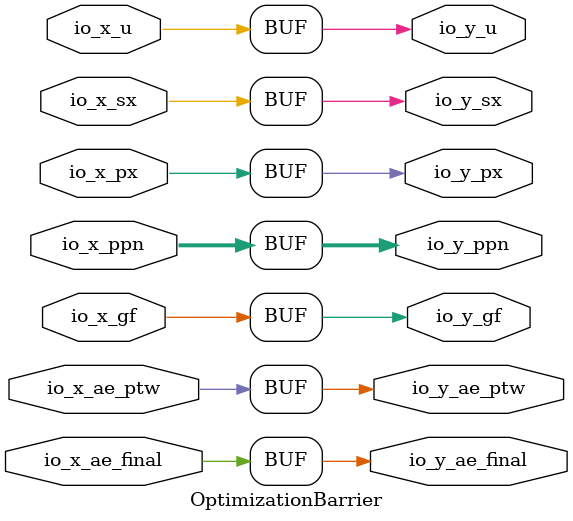
<source format=v>
module OptimizationBarrier(
  input  [19:0] io_x_ppn,
  input         io_x_u,
  input         io_x_ae_ptw,
  input         io_x_ae_final,
  input         io_x_gf,
  input         io_x_sx,
  input         io_x_px,
  output [19:0] io_y_ppn,
  output        io_y_u,
  output        io_y_ae_ptw,
  output        io_y_ae_final,
  output        io_y_gf,
  output        io_y_sx,
  output        io_y_px
);
  assign io_y_ppn = io_x_ppn; 
  assign io_y_u = io_x_u; 
  assign io_y_ae_ptw = io_x_ae_ptw; 
  assign io_y_ae_final = io_x_ae_final; 
  assign io_y_gf = io_x_gf; 
  assign io_y_sx = io_x_sx; 
  assign io_y_px = io_x_px; 
endmodule
</source>
